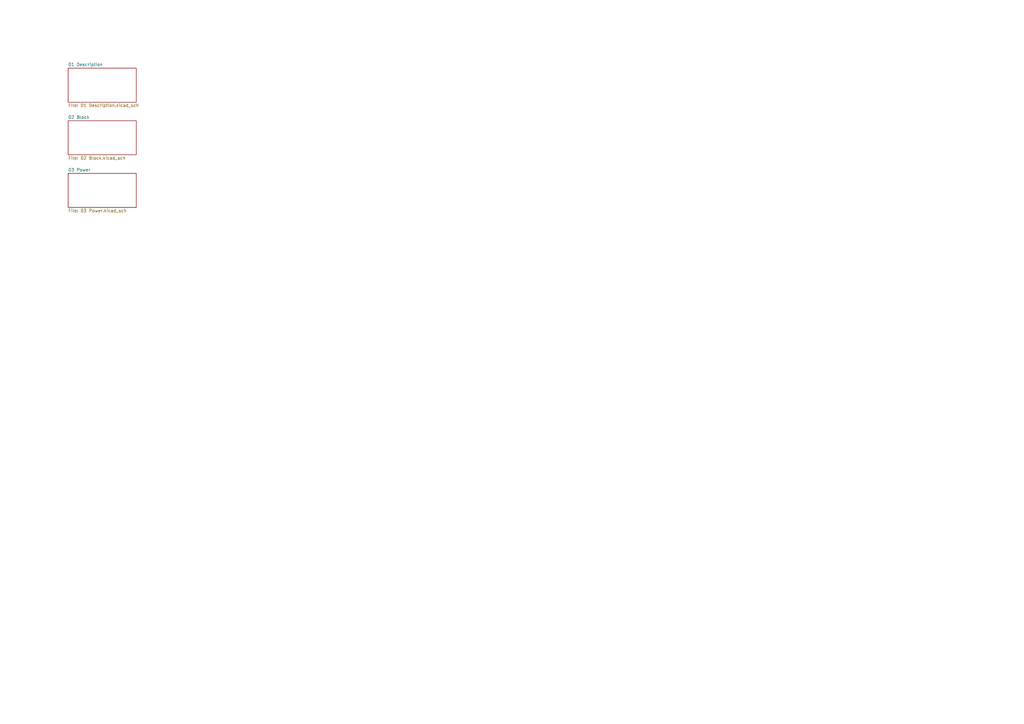
<source format=kicad_sch>
(kicad_sch
	(version 20231120)
	(generator "eeschema")
	(generator_version "8.0")
	(uuid "35101730-b39c-4f85-9829-ee8a0f4a4272")
	(paper "A3")
	(title_block
		(date "2024-10-22")
		(rev "v0.9")
	)
	(lib_symbols)
	(sheet
		(at 27.94 49.53)
		(size 27.94 13.97)
		(fields_autoplaced yes)
		(stroke
			(width 0.1524)
			(type solid)
		)
		(fill
			(color 0 0 0 0.0000)
		)
		(uuid "0d09a803-6659-4c7d-add4-827d1eb9c975")
		(property "Sheetname" "02 Block"
			(at 27.94 48.8184 0)
			(effects
				(font
					(size 1.27 1.27)
				)
				(justify left bottom)
			)
		)
		(property "Sheetfile" "02 Block.kicad_sch"
			(at 27.94 64.0846 0)
			(effects
				(font
					(size 1.27 1.27)
				)
				(justify left top)
			)
		)
		(instances
			(project "reCamera Basically Board"
				(path "/35101730-b39c-4f85-9829-ee8a0f4a4272"
					(page "3")
				)
			)
		)
	)
	(sheet
		(at 27.94 27.94)
		(size 27.94 13.97)
		(fields_autoplaced yes)
		(stroke
			(width 0.1524)
			(type solid)
		)
		(fill
			(color 0 0 0 0.0000)
		)
		(uuid "6f7b0825-76c5-4523-a765-f10420d34e13")
		(property "Sheetname" "01 Description"
			(at 27.94 27.2284 0)
			(effects
				(font
					(size 1.27 1.27)
				)
				(justify left bottom)
			)
		)
		(property "Sheetfile" "01 Description.kicad_sch"
			(at 27.94 42.4946 0)
			(effects
				(font
					(size 1.27 1.27)
				)
				(justify left top)
			)
		)
		(instances
			(project "reCamera Basically Board"
				(path "/35101730-b39c-4f85-9829-ee8a0f4a4272"
					(page "2")
				)
			)
		)
	)
	(sheet
		(at 27.94 71.12)
		(size 27.94 13.97)
		(fields_autoplaced yes)
		(stroke
			(width 0.1524)
			(type solid)
		)
		(fill
			(color 0 0 0 0.0000)
		)
		(uuid "ccd00fef-f34d-462c-9a9c-e9a475e0c708")
		(property "Sheetname" "03 Power"
			(at 27.94 70.4084 0)
			(effects
				(font
					(size 1.27 1.27)
				)
				(justify left bottom)
			)
		)
		(property "Sheetfile" "03 Power.kicad_sch"
			(at 27.94 85.6746 0)
			(effects
				(font
					(size 1.27 1.27)
				)
				(justify left top)
			)
		)
		(instances
			(project "reCamera Basically Board"
				(path "/35101730-b39c-4f85-9829-ee8a0f4a4272"
					(page "4")
				)
			)
		)
	)
	(sheet_instances
		(path "/"
			(page "1")
		)
	)
)

</source>
